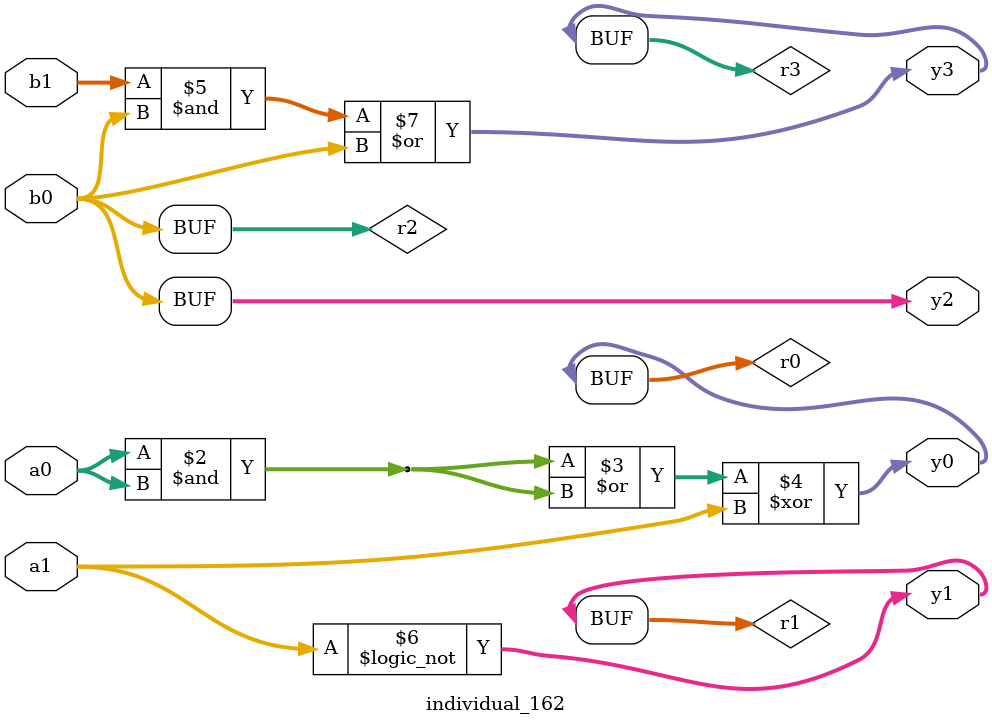
<source format=sv>
module individual_162(input logic [15:0] a1, input logic [15:0] a0, input logic [15:0] b1, input logic [15:0] b0, output logic [15:0] y3, output logic [15:0] y2, output logic [15:0] y1, output logic [15:0] y0);
logic [15:0] r0, r1, r2, r3; 
 always@(*) begin 
	 r0 = a0; r1 = a1; r2 = b0; r3 = b1; 
 	 r0  &=  r0 ;
 	 r0  |=  r0 ;
 	 r0  ^=  r1 ;
 	 r3  &=  r2 ;
 	 r1 = ! r1 ;
 	 r3  |=  r2 ;
 	 y3 = r3; y2 = r2; y1 = r1; y0 = r0; 
end
endmodule
</source>
